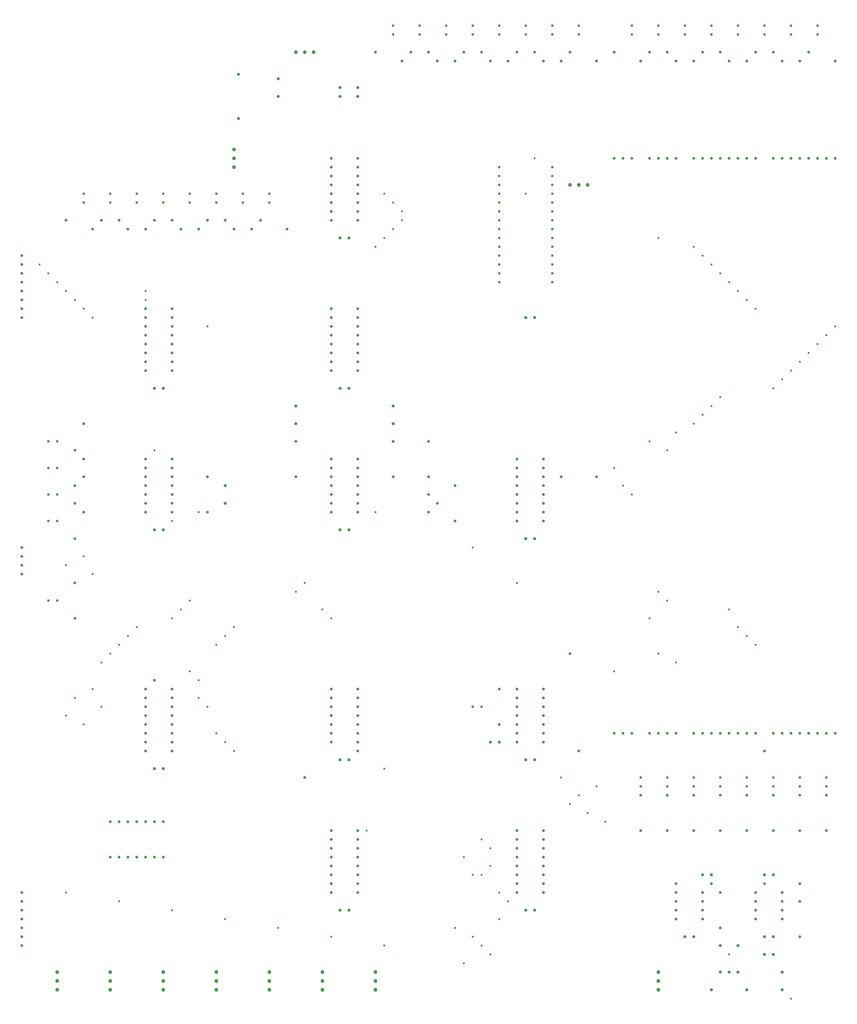
<source format=gbr>
G04 DesignSpark PCB Gerber Version 10.0 Build 5299*
%FSLAX35Y35*%
%MOIN*%
%ADD85C,0.02400*%
%ADD86C,0.02988*%
%ADD88C,0.03000*%
%ADD23C,0.03200*%
%ADD21C,0.03500*%
%ADD24C,0.03543*%
%ADD89C,0.04200*%
%ADD87C,0.04331*%
X0Y0D02*
D02*
D21*
X250250Y580250D03*
Y600250D03*
X265250Y1015250D03*
Y1065250D03*
X330250Y670250D03*
Y690250D03*
X440250Y670250D03*
Y690250D03*
X800250Y30250D03*
X810250Y50250D03*
X820250D03*
X830250D03*
X840250Y30250D03*
X880250D03*
Y50250D03*
D02*
D23*
X20250Y80250D03*
Y90250D03*
Y100250D03*
Y110250D03*
Y120250D03*
Y130250D03*
Y140250D03*
Y500250D03*
Y510250D03*
Y520250D03*
Y530250D03*
Y790250D03*
Y800250D03*
Y810250D03*
Y820250D03*
Y830250D03*
Y840250D03*
Y850250D03*
Y860250D03*
X70250Y900250D03*
X80250Y450250D03*
Y490250D03*
Y540250D03*
Y580250D03*
Y600250D03*
Y640250D03*
X90250Y570250D03*
Y610250D03*
Y630250D03*
Y670250D03*
X100250Y890250D03*
X110250Y900250D03*
X120250Y180250D03*
Y220250D03*
X130250Y180250D03*
Y220250D03*
Y900250D03*
X140250Y180250D03*
Y220250D03*
Y890250D03*
X150250Y180250D03*
Y220250D03*
X160250Y180250D03*
Y220250D03*
Y300250D03*
Y310250D03*
Y320250D03*
Y330250D03*
Y340250D03*
Y350250D03*
Y360250D03*
Y370250D03*
Y570250D03*
Y580250D03*
Y590250D03*
Y600250D03*
Y610250D03*
Y620250D03*
Y630250D03*
Y730250D03*
Y740250D03*
Y750250D03*
Y760250D03*
Y770250D03*
Y780250D03*
Y790250D03*
Y800250D03*
Y890250D03*
X170250Y180250D03*
Y220250D03*
Y380250D03*
Y900250D03*
X180250Y180250D03*
Y220250D03*
X190250Y300250D03*
Y310250D03*
Y320250D03*
Y330250D03*
Y340250D03*
Y350250D03*
Y360250D03*
Y370250D03*
Y570250D03*
Y580250D03*
Y590250D03*
Y600250D03*
Y610250D03*
Y620250D03*
Y630250D03*
Y730250D03*
Y740250D03*
Y750250D03*
Y760250D03*
Y770250D03*
Y780250D03*
Y790250D03*
Y800250D03*
Y900250D03*
X200250Y890250D03*
X220250D03*
X230250Y570250D03*
Y610250D03*
Y900250D03*
X250250D03*
X260250Y890250D03*
X280250D03*
X290250Y900250D03*
X320250Y890250D03*
X330250Y610250D03*
Y650250D03*
X340250Y270250D03*
X370250Y140250D03*
Y150250D03*
Y160250D03*
Y170250D03*
Y180250D03*
Y190250D03*
Y200250D03*
Y210250D03*
Y310250D03*
Y320250D03*
Y330250D03*
Y340250D03*
Y350250D03*
Y360250D03*
Y370250D03*
Y570250D03*
Y580250D03*
Y590250D03*
Y600250D03*
Y610250D03*
Y620250D03*
Y630250D03*
Y730250D03*
Y740250D03*
Y750250D03*
Y760250D03*
Y770250D03*
Y780250D03*
Y790250D03*
Y800250D03*
Y900250D03*
Y910250D03*
Y920250D03*
Y930250D03*
Y940250D03*
Y950250D03*
Y960250D03*
Y970250D03*
X400250Y140250D03*
Y150250D03*
Y160250D03*
Y170250D03*
Y180250D03*
Y190250D03*
Y200250D03*
Y210250D03*
Y300250D03*
Y310250D03*
Y320250D03*
Y330250D03*
Y340250D03*
Y350250D03*
Y360250D03*
Y370250D03*
Y570250D03*
Y580250D03*
Y590250D03*
Y600250D03*
Y610250D03*
Y620250D03*
Y630250D03*
Y730250D03*
Y740250D03*
Y750250D03*
Y760250D03*
Y770250D03*
Y780250D03*
Y790250D03*
Y800250D03*
Y900250D03*
Y910250D03*
Y920250D03*
Y930250D03*
Y940250D03*
Y950250D03*
Y960250D03*
Y970250D03*
X420250Y1090250D03*
X440250Y610250D03*
Y650250D03*
X450250Y1080250D03*
X460250Y1090250D03*
X480250Y570250D03*
Y590250D03*
Y610250D03*
Y650250D03*
Y1090250D03*
X490250Y580250D03*
Y1080250D03*
X510250Y560250D03*
Y600250D03*
Y1080250D03*
X520250Y1090250D03*
X540250D03*
X550250Y1080250D03*
X560250Y330250D03*
Y370250D03*
X570250Y1080250D03*
X580250Y140250D03*
Y150250D03*
Y160250D03*
Y170250D03*
Y180250D03*
Y190250D03*
Y200250D03*
Y210250D03*
Y310250D03*
Y320250D03*
Y330250D03*
Y340250D03*
Y350250D03*
Y360250D03*
Y370250D03*
Y560250D03*
Y570250D03*
Y580250D03*
Y590250D03*
Y600250D03*
Y610250D03*
Y620250D03*
Y630250D03*
Y1090250D03*
X600250D03*
X610250Y140250D03*
Y150250D03*
Y160250D03*
Y170250D03*
Y180250D03*
Y190250D03*
Y200250D03*
Y210250D03*
Y310250D03*
Y320250D03*
Y330250D03*
Y340250D03*
Y350250D03*
Y360250D03*
Y370250D03*
Y560250D03*
Y570250D03*
Y580250D03*
Y590250D03*
Y600250D03*
Y610250D03*
Y620250D03*
Y630250D03*
Y1080250D03*
X630250Y610250D03*
Y1080250D03*
X640250Y410250D03*
Y1090250D03*
X650250Y300250D03*
X670250Y610250D03*
Y1080250D03*
X690250Y320250D03*
Y970250D03*
Y1090250D03*
X700250Y320250D03*
Y970250D03*
X710250Y320250D03*
Y970250D03*
X720250Y210250D03*
Y250250D03*
Y1080250D03*
X730250Y320250D03*
Y970250D03*
Y1090250D03*
X740250Y320250D03*
Y970250D03*
X750250Y210250D03*
Y250250D03*
Y320250D03*
Y970250D03*
Y1090250D03*
X760250Y110250D03*
Y120250D03*
Y130250D03*
Y140250D03*
Y150250D03*
Y320250D03*
Y970250D03*
Y1080250D03*
X780250Y210250D03*
Y250250D03*
Y320250D03*
Y970250D03*
Y1080250D03*
X790250Y110250D03*
Y120250D03*
Y130250D03*
Y140250D03*
Y320250D03*
Y970250D03*
Y1090250D03*
X800250Y150250D03*
Y320250D03*
Y970250D03*
X810250Y100250D03*
Y140250D03*
Y210250D03*
Y250250D03*
Y320250D03*
Y970250D03*
Y1090250D03*
X820250Y320250D03*
Y970250D03*
Y1080250D03*
X830250Y320250D03*
Y970250D03*
X840250Y210250D03*
Y250250D03*
Y320250D03*
Y970250D03*
Y1080250D03*
X850250Y110250D03*
Y120250D03*
Y130250D03*
Y140250D03*
Y320250D03*
Y970250D03*
Y1090250D03*
X860250Y150250D03*
Y300250D03*
X870250Y210250D03*
Y250250D03*
Y320250D03*
Y970250D03*
Y1090250D03*
X880250Y110250D03*
Y120250D03*
Y130250D03*
Y140250D03*
Y320250D03*
Y970250D03*
Y1080250D03*
X890250Y320250D03*
Y970250D03*
X900250Y90250D03*
Y130250D03*
Y150250D03*
Y210250D03*
Y250250D03*
Y320250D03*
Y970250D03*
Y1080250D03*
X910250Y320250D03*
Y970250D03*
Y1090250D03*
X920250Y320250D03*
Y970250D03*
X930250Y210250D03*
Y250250D03*
Y320250D03*
Y970250D03*
X940250Y320250D03*
Y970250D03*
Y1080250D03*
D02*
D24*
X170250Y280250D03*
Y550250D03*
Y710250D03*
X180250Y280250D03*
Y550250D03*
Y710250D03*
X310250Y1040250D03*
Y1060250D03*
X380250Y120250D03*
Y290250D03*
Y550250D03*
Y710250D03*
Y880250D03*
Y1040250D03*
Y1050250D03*
X390250Y120250D03*
Y290250D03*
Y550250D03*
Y710250D03*
Y880250D03*
X400250Y1040250D03*
Y1050250D03*
X550250Y310250D03*
X560250D03*
X590250Y120250D03*
Y290250D03*
Y540250D03*
Y790250D03*
X600250Y120250D03*
Y290250D03*
Y540250D03*
Y790250D03*
X770250Y90250D03*
X780250D03*
X790250Y160250D03*
X800250D03*
X810250Y80250D03*
X830250D03*
X860250Y70250D03*
Y90250D03*
Y160250D03*
X870250Y70250D03*
Y90250D03*
Y160250D03*
D02*
D85*
X40250Y850250D03*
X50250Y840250D03*
X60250Y830250D03*
X70250Y140250D03*
Y340250D03*
Y510250D03*
Y820250D03*
X80250Y360250D03*
Y810250D03*
X90250Y330250D03*
Y520250D03*
Y800250D03*
X100250Y370250D03*
Y500250D03*
Y790250D03*
X110250Y350250D03*
Y400250D03*
X120250Y410250D03*
X130250Y130250D03*
Y420250D03*
X140250Y430250D03*
X150250Y440250D03*
X160250Y810250D03*
Y820250D03*
X170250Y640250D03*
X190250Y120250D03*
Y450250D03*
Y560250D03*
X200250Y460250D03*
X210250Y390250D03*
Y470250D03*
X220250Y360250D03*
Y380250D03*
Y570250D03*
X230250Y350250D03*
Y780250D03*
X240250Y320250D03*
Y420250D03*
X250250Y110250D03*
Y310250D03*
Y430250D03*
X260250Y300250D03*
Y440250D03*
X310250Y100250D03*
X330250Y480250D03*
X340250Y490250D03*
X360250Y460250D03*
X370250Y90250D03*
Y450250D03*
X410250Y210250D03*
X420250Y570250D03*
Y870250D03*
X430250Y80250D03*
Y280250D03*
Y880250D03*
Y930250D03*
X440250Y890250D03*
Y920250D03*
X450250Y900250D03*
Y910250D03*
X510250Y100250D03*
X520250Y60250D03*
Y180250D03*
X530250Y90250D03*
Y160250D03*
Y530250D03*
X540250Y80250D03*
Y160250D03*
Y200250D03*
X550250Y70250D03*
Y170250D03*
Y190250D03*
X560250Y110250D03*
Y140250D03*
X570250Y130250D03*
X580250Y490250D03*
X590250Y930250D03*
X600250Y970250D03*
X630250Y270250D03*
X640250Y240250D03*
X650250Y250250D03*
X660250Y230250D03*
X670250Y260250D03*
X680250Y220250D03*
X690250Y390250D03*
Y620250D03*
X700250Y600250D03*
X710250Y590250D03*
X730250Y450250D03*
Y650250D03*
X740250Y410250D03*
Y480250D03*
Y880250D03*
X750250Y470250D03*
Y640250D03*
X760250Y400250D03*
Y660250D03*
X780250Y670250D03*
Y870250D03*
X790250Y680250D03*
Y860250D03*
X800250Y690250D03*
Y850250D03*
X810250Y700250D03*
Y840250D03*
X820250Y70250D03*
Y460250D03*
Y830250D03*
X830250Y440250D03*
Y820250D03*
X840250Y430250D03*
Y810250D03*
X850250Y420250D03*
Y800250D03*
X870250Y710250D03*
X880250Y720250D03*
X890250Y20250D03*
Y730250D03*
X900250Y740250D03*
X910250Y750250D03*
X920250Y760250D03*
X930250Y770250D03*
X940250Y780250D03*
D02*
D86*
X560250Y830250D03*
Y840250D03*
Y850250D03*
Y860250D03*
Y870250D03*
Y880250D03*
Y890250D03*
Y900250D03*
Y910250D03*
Y920250D03*
Y930250D03*
Y940250D03*
Y950250D03*
Y960250D03*
X620250Y830250D03*
Y840250D03*
Y850250D03*
Y860250D03*
Y870250D03*
Y880250D03*
Y890250D03*
Y900250D03*
Y910250D03*
Y920250D03*
Y930250D03*
Y940250D03*
Y950250D03*
Y960250D03*
D02*
D87*
X60250Y30250D03*
Y40250D03*
Y50250D03*
X120250Y30250D03*
Y40250D03*
Y50250D03*
X180250Y30250D03*
Y40250D03*
Y50250D03*
X240250Y30250D03*
Y40250D03*
Y50250D03*
X260250Y960250D03*
Y970250D03*
Y980250D03*
X300250Y30250D03*
Y40250D03*
Y50250D03*
X360250Y30250D03*
Y40250D03*
Y50250D03*
X420250Y30250D03*
Y40250D03*
Y50250D03*
X640250Y940250D03*
X650250D03*
X660250D03*
X740250Y30250D03*
Y40250D03*
Y50250D03*
D02*
D88*
X50250Y470250D03*
Y560250D03*
Y590250D03*
Y620250D03*
Y650250D03*
X60250Y470250D03*
Y560250D03*
Y590250D03*
Y620250D03*
Y650250D03*
X90250Y920250D03*
Y930250D03*
X120250Y920250D03*
Y930250D03*
X150250Y920250D03*
Y930250D03*
X180250Y920250D03*
Y930250D03*
X210250Y920250D03*
Y930250D03*
X240250Y920250D03*
Y930250D03*
X270250Y920250D03*
Y930250D03*
X300250Y920250D03*
Y930250D03*
X440250Y1110250D03*
Y1120250D03*
X470250Y1110250D03*
Y1120250D03*
X500250Y1110250D03*
Y1120250D03*
X530250Y350250D03*
Y1110250D03*
Y1120250D03*
X540250Y350250D03*
X560250Y1110250D03*
Y1120250D03*
X590250Y1110250D03*
Y1120250D03*
X620250Y1110250D03*
Y1120250D03*
X650250Y1110250D03*
Y1120250D03*
X710250Y1110250D03*
Y1120250D03*
X720250Y260250D03*
Y270250D03*
X740250Y1110250D03*
Y1120250D03*
X750250Y260250D03*
Y270250D03*
X770250Y1110250D03*
Y1120250D03*
X780250Y260250D03*
Y270250D03*
X800250Y1110250D03*
Y1120250D03*
X810250Y260250D03*
Y270250D03*
X830250Y1110250D03*
Y1120250D03*
X840250Y260250D03*
Y270250D03*
X860250Y1110250D03*
Y1120250D03*
X870250Y260250D03*
Y270250D03*
X890250Y1110250D03*
Y1120250D03*
X900250Y260250D03*
Y270250D03*
X920250Y1110250D03*
Y1120250D03*
X930250Y260250D03*
Y270250D03*
D02*
D89*
X330250Y1090250D03*
X340250D03*
X350250D03*
X0Y0D02*
M02*

</source>
